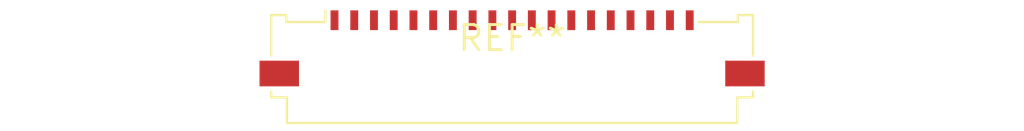
<source format=kicad_pcb>
(kicad_pcb (version 20240108) (generator pcbnew)
  (layers (0 "F.Cu" signal) (31 "B.Cu" signal) (34 "B.Paste" user) (35 "F.Paste" user) (36 "B.SilkS" user "B.Silkscreen") (37 "F.SilkS" user "F.Silkscreen") (38 "B.Mask" user) (39 "F.Mask" user) (44 "Edge.Cuts" user))
  (net 0 "")
  (footprint "Molex_200528-0190_1x19-1MP_P1.00mm_Horizontal" (layer "F.Cu") (at 0 0)
    (property "Reference" "REF**")
    (property "Value" "Molex_200528-0190_1x19-1MP_P1.00mm_Horizontal")
    (fp_line (start -12.21 -1.17) (end -12.21 0.88) (layer "F.SilkS") (stroke (width 0.12)))
    (fp_line (start -12.21 2.7) (end -12.21 3) (layer "F.SilkS") (stroke (width 0.12)))
    (fp_line (start -12.21 3) (end -11.41 3) (layer "F.SilkS") (stroke (width 0.12)))
    (fp_line (start -11.44 -1.17) (end -12.21 -1.17) (layer "F.SilkS") (stroke (width 0.12)))
    (fp_line (start -11.44 -0.82) (end -11.44 -1.17) (layer "F.SilkS") (stroke (width 0.12)))
    (fp_line (start -11.41 3) (end -11.41 4.3) (layer "F.SilkS") (stroke (width 0.12)))
    (fp_line (start -11.41 4.3) (end 11.41 4.3) (layer "F.SilkS") (stroke (width 0.12)))
    (fp_line (start -9.46 -1.41) (end -9.46 -0.82) (layer "F.SilkS") (stroke (width 0.12)))
    (fp_line (start -9.46 -0.82) (end -11.44 -0.82) (layer "F.SilkS") (stroke (width 0.12)))
    (fp_line (start 11.41 3) (end 12.21 3) (layer "F.SilkS") (stroke (width 0.12)))
    (fp_line (start 11.41 4.3) (end 11.41 3) (layer "F.SilkS") (stroke (width 0.12)))
    (fp_line (start 11.44 -1.17) (end 11.44 -0.82) (layer "F.SilkS") (stroke (width 0.12)))
    (fp_line (start 11.44 -0.82) (end 9.46 -0.82) (layer "F.SilkS") (stroke (width 0.12)))
    (fp_line (start 12.21 -1.17) (end 11.44 -1.17) (layer "F.SilkS") (stroke (width 0.12)))
    (fp_line (start 12.21 0.88) (end 12.21 -1.17) (layer "F.SilkS") (stroke (width 0.12)))
    (fp_line (start 12.21 3) (end 12.21 2.7) (layer "F.SilkS") (stroke (width 0.12)))
    (pad "1" smd rect (at -9 -0.91) (size 0.4 1) (layers "F.Cu" "F.Paste" "F.Mask"))
    (pad "2" smd rect (at -8 -0.91) (size 0.4 1) (layers "F.Cu" "F.Paste" "F.Mask"))
    (pad "3" smd rect (at -7 -0.91) (size 0.4 1) (layers "F.Cu" "F.Paste" "F.Mask"))
    (pad "4" smd rect (at -6 -0.91) (size 0.4 1) (layers "F.Cu" "F.Paste" "F.Mask"))
    (pad "5" smd rect (at -5 -0.91) (size 0.4 1) (layers "F.Cu" "F.Paste" "F.Mask"))
    (pad "6" smd rect (at -4 -0.91) (size 0.4 1) (layers "F.Cu" "F.Paste" "F.Mask"))
    (pad "7" smd rect (at -3 -0.91) (size 0.4 1) (layers "F.Cu" "F.Paste" "F.Mask"))
    (pad "8" smd rect (at -2 -0.91) (size 0.4 1) (layers "F.Cu" "F.Paste" "F.Mask"))
    (pad "9" smd rect (at -1 -0.91) (size 0.4 1) (layers "F.Cu" "F.Paste" "F.Mask"))
    (pad "10" smd rect (at 0 -0.91) (size 0.4 1) (layers "F.Cu" "F.Paste" "F.Mask"))
    (pad "11" smd rect (at 1 -0.91) (size 0.4 1) (layers "F.Cu" "F.Paste" "F.Mask"))
    (pad "12" smd rect (at 2 -0.91) (size 0.4 1) (layers "F.Cu" "F.Paste" "F.Mask"))
    (pad "13" smd rect (at 3 -0.91) (size 0.4 1) (layers "F.Cu" "F.Paste" "F.Mask"))
    (pad "14" smd rect (at 4 -0.91) (size 0.4 1) (layers "F.Cu" "F.Paste" "F.Mask"))
    (pad "15" smd rect (at 5 -0.91) (size 0.4 1) (layers "F.Cu" "F.Paste" "F.Mask"))
    (pad "16" smd rect (at 6 -0.91) (size 0.4 1) (layers "F.Cu" "F.Paste" "F.Mask"))
    (pad "17" smd rect (at 7 -0.91) (size 0.4 1) (layers "F.Cu" "F.Paste" "F.Mask"))
    (pad "18" smd rect (at 8 -0.91) (size 0.4 1) (layers "F.Cu" "F.Paste" "F.Mask"))
    (pad "19" smd rect (at 9 -0.91) (size 0.4 1) (layers "F.Cu" "F.Paste" "F.Mask"))
    (pad "MP" smd rect (at -11.8 1.79) (size 2 1.3) (layers "F.Cu" "F.Paste" "F.Mask"))
    (pad "MP" smd rect (at 11.8 1.79) (size 2 1.3) (layers "F.Cu" "F.Paste" "F.Mask"))
  )
)
</source>
